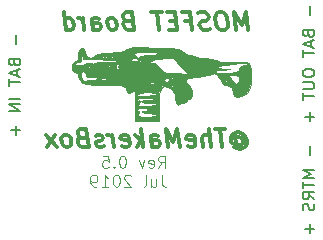
<source format=gbo>
G04 #@! TF.FileFunction,Legend,Bot*
%FSLAX46Y46*%
G04 Gerber Fmt 4.6, Leading zero omitted, Abs format (unit mm)*
G04 Created by KiCad (PCBNEW 4.0.7) date 07/04/19 18:58:04*
%MOMM*%
%LPD*%
G01*
G04 APERTURE LIST*
%ADD10C,0.100000*%
%ADD11C,0.375000*%
%ADD12C,0.150000*%
%ADD13C,0.300000*%
%ADD14C,0.010000*%
G04 APERTURE END LIST*
D10*
D11*
X149785106Y-57447571D02*
X149597606Y-55947571D01*
X149231535Y-57019000D01*
X148597606Y-55947571D01*
X148785106Y-57447571D01*
X147597606Y-55947571D02*
X147311892Y-55947571D01*
X147177963Y-56019000D01*
X147052963Y-56161857D01*
X147017249Y-56447571D01*
X147079749Y-56947571D01*
X147186892Y-57233286D01*
X147347606Y-57376143D01*
X147499392Y-57447571D01*
X147785106Y-57447571D01*
X147919035Y-57376143D01*
X148044035Y-57233286D01*
X148079749Y-56947571D01*
X148017249Y-56447571D01*
X147910106Y-56161857D01*
X147749392Y-56019000D01*
X147597606Y-55947571D01*
X146561892Y-57376143D02*
X146356534Y-57447571D01*
X145999391Y-57447571D01*
X145847606Y-57376143D01*
X145767248Y-57304714D01*
X145677963Y-57161857D01*
X145660106Y-57019000D01*
X145713677Y-56876143D01*
X145776177Y-56804714D01*
X145910106Y-56733286D01*
X146186891Y-56661857D01*
X146320821Y-56590429D01*
X146383320Y-56519000D01*
X146436892Y-56376143D01*
X146419035Y-56233286D01*
X146329749Y-56090429D01*
X146249392Y-56019000D01*
X146097605Y-55947571D01*
X145740463Y-55947571D01*
X145535106Y-56019000D01*
X144472606Y-56661857D02*
X144972606Y-56661857D01*
X145070820Y-57447571D02*
X144883320Y-55947571D01*
X144169034Y-55947571D01*
X143686892Y-56661857D02*
X143186892Y-56661857D01*
X143070820Y-57447571D02*
X143785106Y-57447571D01*
X143597606Y-55947571D01*
X142883320Y-55947571D01*
X142454749Y-55947571D02*
X141597606Y-55947571D01*
X142213677Y-57447571D02*
X142026177Y-55947571D01*
X139544035Y-56661857D02*
X139338678Y-56733286D01*
X139276178Y-56804714D01*
X139222606Y-56947571D01*
X139249392Y-57161857D01*
X139338678Y-57304714D01*
X139419035Y-57376143D01*
X139570821Y-57447571D01*
X140142249Y-57447571D01*
X139954749Y-55947571D01*
X139454749Y-55947571D01*
X139320821Y-56019000D01*
X139258321Y-56090429D01*
X139204750Y-56233286D01*
X139222607Y-56376143D01*
X139311892Y-56519000D01*
X139392250Y-56590429D01*
X139544035Y-56661857D01*
X140044035Y-56661857D01*
X138427963Y-57447571D02*
X138561893Y-57376143D01*
X138624392Y-57304714D01*
X138677964Y-57161857D01*
X138624393Y-56733286D01*
X138535107Y-56590429D01*
X138454750Y-56519000D01*
X138302963Y-56447571D01*
X138088678Y-56447571D01*
X137954750Y-56519000D01*
X137892250Y-56590429D01*
X137838678Y-56733286D01*
X137892249Y-57161857D01*
X137981535Y-57304714D01*
X138061893Y-57376143D01*
X138213678Y-57447571D01*
X138427963Y-57447571D01*
X136642249Y-57447571D02*
X136544035Y-56661857D01*
X136597607Y-56519000D01*
X136731535Y-56447571D01*
X137017249Y-56447571D01*
X137169035Y-56519000D01*
X136633321Y-57376143D02*
X136785106Y-57447571D01*
X137142249Y-57447571D01*
X137276178Y-57376143D01*
X137329750Y-57233286D01*
X137311893Y-57090429D01*
X137222606Y-56947571D01*
X137070821Y-56876143D01*
X136713678Y-56876143D01*
X136561892Y-56804714D01*
X135927963Y-57447571D02*
X135802963Y-56447571D01*
X135838678Y-56733286D02*
X135749393Y-56590429D01*
X135669035Y-56519000D01*
X135517249Y-56447571D01*
X135374392Y-56447571D01*
X134356535Y-57447571D02*
X134169035Y-55947571D01*
X134347607Y-57376143D02*
X134499392Y-57447571D01*
X134785106Y-57447571D01*
X134919036Y-57376143D01*
X134981535Y-57304714D01*
X135035107Y-57161857D01*
X134981536Y-56733286D01*
X134892250Y-56590429D01*
X134811893Y-56519000D01*
X134660106Y-56447571D01*
X134374392Y-56447571D01*
X134240464Y-56519000D01*
D12*
X130119429Y-57888714D02*
X130119429Y-58650619D01*
X129976571Y-60222048D02*
X130024190Y-60364905D01*
X130071810Y-60412524D01*
X130167048Y-60460143D01*
X130309905Y-60460143D01*
X130405143Y-60412524D01*
X130452762Y-60364905D01*
X130500381Y-60269667D01*
X130500381Y-59888714D01*
X129500381Y-59888714D01*
X129500381Y-60222048D01*
X129548000Y-60317286D01*
X129595619Y-60364905D01*
X129690857Y-60412524D01*
X129786095Y-60412524D01*
X129881333Y-60364905D01*
X129928952Y-60317286D01*
X129976571Y-60222048D01*
X129976571Y-59888714D01*
X130214667Y-60841095D02*
X130214667Y-61317286D01*
X130500381Y-60745857D02*
X129500381Y-61079190D01*
X130500381Y-61412524D01*
X129500381Y-61603000D02*
X129500381Y-62174429D01*
X130500381Y-61888714D02*
X129500381Y-61888714D01*
X130500381Y-63269667D02*
X129500381Y-63269667D01*
X130500381Y-63745857D02*
X129500381Y-63745857D01*
X130500381Y-64317286D01*
X129500381Y-64317286D01*
X130119429Y-65555381D02*
X130119429Y-66317286D01*
X130500381Y-65936334D02*
X129738476Y-65936334D01*
X155011429Y-55444047D02*
X155011429Y-56205952D01*
X154868571Y-57777381D02*
X154916190Y-57920238D01*
X154963810Y-57967857D01*
X155059048Y-58015476D01*
X155201905Y-58015476D01*
X155297143Y-57967857D01*
X155344762Y-57920238D01*
X155392381Y-57825000D01*
X155392381Y-57444047D01*
X154392381Y-57444047D01*
X154392381Y-57777381D01*
X154440000Y-57872619D01*
X154487619Y-57920238D01*
X154582857Y-57967857D01*
X154678095Y-57967857D01*
X154773333Y-57920238D01*
X154820952Y-57872619D01*
X154868571Y-57777381D01*
X154868571Y-57444047D01*
X155106667Y-58396428D02*
X155106667Y-58872619D01*
X155392381Y-58301190D02*
X154392381Y-58634523D01*
X155392381Y-58967857D01*
X154392381Y-59158333D02*
X154392381Y-59729762D01*
X155392381Y-59444047D02*
X154392381Y-59444047D01*
X154392381Y-61015476D02*
X154392381Y-61205953D01*
X154440000Y-61301191D01*
X154535238Y-61396429D01*
X154725714Y-61444048D01*
X155059048Y-61444048D01*
X155249524Y-61396429D01*
X155344762Y-61301191D01*
X155392381Y-61205953D01*
X155392381Y-61015476D01*
X155344762Y-60920238D01*
X155249524Y-60825000D01*
X155059048Y-60777381D01*
X154725714Y-60777381D01*
X154535238Y-60825000D01*
X154440000Y-60920238D01*
X154392381Y-61015476D01*
X154392381Y-61872619D02*
X155201905Y-61872619D01*
X155297143Y-61920238D01*
X155344762Y-61967857D01*
X155392381Y-62063095D01*
X155392381Y-62253572D01*
X155344762Y-62348810D01*
X155297143Y-62396429D01*
X155201905Y-62444048D01*
X154392381Y-62444048D01*
X154392381Y-62777381D02*
X154392381Y-63348810D01*
X155392381Y-63063095D02*
X154392381Y-63063095D01*
X155011429Y-64444048D02*
X155011429Y-65205953D01*
X155392381Y-64825001D02*
X154630476Y-64825001D01*
X155011429Y-67302524D02*
X155011429Y-68064429D01*
X155392381Y-69302524D02*
X154392381Y-69302524D01*
X155106667Y-69635858D01*
X154392381Y-69969191D01*
X155392381Y-69969191D01*
X154392381Y-70302524D02*
X154392381Y-70873953D01*
X155392381Y-70588238D02*
X154392381Y-70588238D01*
X155392381Y-71778715D02*
X154916190Y-71445381D01*
X155392381Y-71207286D02*
X154392381Y-71207286D01*
X154392381Y-71588239D01*
X154440000Y-71683477D01*
X154487619Y-71731096D01*
X154582857Y-71778715D01*
X154725714Y-71778715D01*
X154820952Y-71731096D01*
X154868571Y-71683477D01*
X154916190Y-71588239D01*
X154916190Y-71207286D01*
X155344762Y-72159667D02*
X155392381Y-72302524D01*
X155392381Y-72540620D01*
X155344762Y-72635858D01*
X155297143Y-72683477D01*
X155201905Y-72731096D01*
X155106667Y-72731096D01*
X155011429Y-72683477D01*
X154963810Y-72635858D01*
X154916190Y-72540620D01*
X154868571Y-72350143D01*
X154820952Y-72254905D01*
X154773333Y-72207286D01*
X154678095Y-72159667D01*
X154582857Y-72159667D01*
X154487619Y-72207286D01*
X154440000Y-72254905D01*
X154392381Y-72350143D01*
X154392381Y-72588239D01*
X154440000Y-72731096D01*
X155011429Y-73921572D02*
X155011429Y-74683477D01*
X155392381Y-74302525D02*
X154630476Y-74302525D01*
D13*
X148683822Y-66639286D02*
X148746321Y-66567857D01*
X148880250Y-66496429D01*
X149023108Y-66496429D01*
X149174893Y-66567857D01*
X149255250Y-66639286D01*
X149344536Y-66782143D01*
X149362393Y-66925000D01*
X149308821Y-67067857D01*
X149246322Y-67139286D01*
X149112393Y-67210714D01*
X148969535Y-67210714D01*
X148817750Y-67139286D01*
X148737393Y-67067857D01*
X148665965Y-66496429D02*
X148737393Y-67067857D01*
X148674893Y-67139286D01*
X148603465Y-67139286D01*
X148451678Y-67067857D01*
X148362393Y-66925000D01*
X148317750Y-66567857D01*
X148433821Y-66353571D01*
X148630250Y-66210714D01*
X148907036Y-66139286D01*
X149201678Y-66210714D01*
X149433821Y-66353571D01*
X149603464Y-66567857D01*
X149710607Y-66853571D01*
X149674893Y-67139286D01*
X149558821Y-67353571D01*
X149362393Y-67496429D01*
X149085607Y-67567857D01*
X148790965Y-67496429D01*
X148558821Y-67353571D01*
X147799893Y-65853571D02*
X146942750Y-65853571D01*
X147558821Y-67353571D02*
X147371321Y-65853571D01*
X146630250Y-67353571D02*
X146442750Y-65853571D01*
X145987393Y-67353571D02*
X145889179Y-66567857D01*
X145942751Y-66425000D01*
X146076679Y-66353571D01*
X146290964Y-66353571D01*
X146442751Y-66425000D01*
X146523108Y-66496429D01*
X144692751Y-67282143D02*
X144844536Y-67353571D01*
X145130250Y-67353571D01*
X145264179Y-67282143D01*
X145317751Y-67139286D01*
X145246322Y-66567857D01*
X145157036Y-66425000D01*
X145005250Y-66353571D01*
X144719536Y-66353571D01*
X144585608Y-66425000D01*
X144532036Y-66567857D01*
X144549893Y-66710714D01*
X145282036Y-66853571D01*
X143987393Y-67353571D02*
X143799893Y-65853571D01*
X143433822Y-66925000D01*
X142799893Y-65853571D01*
X142987393Y-67353571D01*
X141630250Y-67353571D02*
X141532036Y-66567857D01*
X141585608Y-66425000D01*
X141719536Y-66353571D01*
X142005250Y-66353571D01*
X142157036Y-66425000D01*
X141621322Y-67282143D02*
X141773107Y-67353571D01*
X142130250Y-67353571D01*
X142264179Y-67282143D01*
X142317751Y-67139286D01*
X142299894Y-66996429D01*
X142210607Y-66853571D01*
X142058822Y-66782143D01*
X141701679Y-66782143D01*
X141549893Y-66710714D01*
X140915964Y-67353571D02*
X140728464Y-65853571D01*
X140701679Y-66782143D02*
X140344536Y-67353571D01*
X140219536Y-66353571D02*
X140862393Y-66925000D01*
X139121322Y-67282143D02*
X139273107Y-67353571D01*
X139558821Y-67353571D01*
X139692750Y-67282143D01*
X139746322Y-67139286D01*
X139674893Y-66567857D01*
X139585607Y-66425000D01*
X139433821Y-66353571D01*
X139148107Y-66353571D01*
X139014179Y-66425000D01*
X138960607Y-66567857D01*
X138978464Y-66710714D01*
X139710607Y-66853571D01*
X138415964Y-67353571D02*
X138290964Y-66353571D01*
X138326679Y-66639286D02*
X138237394Y-66496429D01*
X138157036Y-66425000D01*
X138005250Y-66353571D01*
X137862393Y-66353571D01*
X137549894Y-67282143D02*
X137415965Y-67353571D01*
X137130250Y-67353571D01*
X136978465Y-67282143D01*
X136889180Y-67139286D01*
X136880251Y-67067857D01*
X136933822Y-66925000D01*
X137067750Y-66853571D01*
X137282036Y-66853571D01*
X137415965Y-66782143D01*
X137469537Y-66639286D01*
X137460608Y-66567857D01*
X137371322Y-66425000D01*
X137219536Y-66353571D01*
X137005250Y-66353571D01*
X136871322Y-66425000D01*
X135674893Y-66567857D02*
X135469536Y-66639286D01*
X135407036Y-66710714D01*
X135353464Y-66853571D01*
X135380250Y-67067857D01*
X135469536Y-67210714D01*
X135549893Y-67282143D01*
X135701679Y-67353571D01*
X136273107Y-67353571D01*
X136085607Y-65853571D01*
X135585607Y-65853571D01*
X135451679Y-65925000D01*
X135389179Y-65996429D01*
X135335608Y-66139286D01*
X135353465Y-66282143D01*
X135442750Y-66425000D01*
X135523108Y-66496429D01*
X135674893Y-66567857D01*
X136174893Y-66567857D01*
X134558821Y-67353571D02*
X134692751Y-67282143D01*
X134755250Y-67210714D01*
X134808822Y-67067857D01*
X134755251Y-66639286D01*
X134665965Y-66496429D01*
X134585608Y-66425000D01*
X134433821Y-66353571D01*
X134219536Y-66353571D01*
X134085608Y-66425000D01*
X134023108Y-66496429D01*
X133969536Y-66639286D01*
X134023107Y-67067857D01*
X134112393Y-67210714D01*
X134192751Y-67282143D01*
X134344536Y-67353571D01*
X134558821Y-67353571D01*
X133558821Y-67353571D02*
X132648107Y-66353571D01*
X133433821Y-66353571D02*
X132773107Y-67353571D01*
D10*
X142192476Y-69121381D02*
X142525810Y-68645190D01*
X142763905Y-69121381D02*
X142763905Y-68121381D01*
X142382952Y-68121381D01*
X142287714Y-68169000D01*
X142240095Y-68216619D01*
X142192476Y-68311857D01*
X142192476Y-68454714D01*
X142240095Y-68549952D01*
X142287714Y-68597571D01*
X142382952Y-68645190D01*
X142763905Y-68645190D01*
X141382952Y-69073762D02*
X141478190Y-69121381D01*
X141668667Y-69121381D01*
X141763905Y-69073762D01*
X141811524Y-68978524D01*
X141811524Y-68597571D01*
X141763905Y-68502333D01*
X141668667Y-68454714D01*
X141478190Y-68454714D01*
X141382952Y-68502333D01*
X141335333Y-68597571D01*
X141335333Y-68692810D01*
X141811524Y-68788048D01*
X141002000Y-68454714D02*
X140763905Y-69121381D01*
X140525809Y-68454714D01*
X139192476Y-68121381D02*
X139097237Y-68121381D01*
X139001999Y-68169000D01*
X138954380Y-68216619D01*
X138906761Y-68311857D01*
X138859142Y-68502333D01*
X138859142Y-68740429D01*
X138906761Y-68930905D01*
X138954380Y-69026143D01*
X139001999Y-69073762D01*
X139097237Y-69121381D01*
X139192476Y-69121381D01*
X139287714Y-69073762D01*
X139335333Y-69026143D01*
X139382952Y-68930905D01*
X139430571Y-68740429D01*
X139430571Y-68502333D01*
X139382952Y-68311857D01*
X139335333Y-68216619D01*
X139287714Y-68169000D01*
X139192476Y-68121381D01*
X138430571Y-69026143D02*
X138382952Y-69073762D01*
X138430571Y-69121381D01*
X138478190Y-69073762D01*
X138430571Y-69026143D01*
X138430571Y-69121381D01*
X137478190Y-68121381D02*
X137954381Y-68121381D01*
X138002000Y-68597571D01*
X137954381Y-68549952D01*
X137859143Y-68502333D01*
X137621047Y-68502333D01*
X137525809Y-68549952D01*
X137478190Y-68597571D01*
X137430571Y-68692810D01*
X137430571Y-68930905D01*
X137478190Y-69026143D01*
X137525809Y-69073762D01*
X137621047Y-69121381D01*
X137859143Y-69121381D01*
X137954381Y-69073762D01*
X138002000Y-69026143D01*
X142478190Y-69721381D02*
X142478190Y-70435667D01*
X142525810Y-70578524D01*
X142621048Y-70673762D01*
X142763905Y-70721381D01*
X142859143Y-70721381D01*
X141573428Y-70054714D02*
X141573428Y-70721381D01*
X142002000Y-70054714D02*
X142002000Y-70578524D01*
X141954381Y-70673762D01*
X141859143Y-70721381D01*
X141716285Y-70721381D01*
X141621047Y-70673762D01*
X141573428Y-70626143D01*
X140954381Y-70721381D02*
X141049619Y-70673762D01*
X141097238Y-70578524D01*
X141097238Y-69721381D01*
X139859142Y-69816619D02*
X139811523Y-69769000D01*
X139716285Y-69721381D01*
X139478189Y-69721381D01*
X139382951Y-69769000D01*
X139335332Y-69816619D01*
X139287713Y-69911857D01*
X139287713Y-70007095D01*
X139335332Y-70149952D01*
X139906761Y-70721381D01*
X139287713Y-70721381D01*
X138668666Y-69721381D02*
X138573427Y-69721381D01*
X138478189Y-69769000D01*
X138430570Y-69816619D01*
X138382951Y-69911857D01*
X138335332Y-70102333D01*
X138335332Y-70340429D01*
X138382951Y-70530905D01*
X138430570Y-70626143D01*
X138478189Y-70673762D01*
X138573427Y-70721381D01*
X138668666Y-70721381D01*
X138763904Y-70673762D01*
X138811523Y-70626143D01*
X138859142Y-70530905D01*
X138906761Y-70340429D01*
X138906761Y-70102333D01*
X138859142Y-69911857D01*
X138811523Y-69816619D01*
X138763904Y-69769000D01*
X138668666Y-69721381D01*
X137382951Y-70721381D02*
X137954380Y-70721381D01*
X137668666Y-70721381D02*
X137668666Y-69721381D01*
X137763904Y-69864238D01*
X137859142Y-69959476D01*
X137954380Y-70007095D01*
X136906761Y-70721381D02*
X136716285Y-70721381D01*
X136621046Y-70673762D01*
X136573427Y-70626143D01*
X136478189Y-70483286D01*
X136430570Y-70292810D01*
X136430570Y-69911857D01*
X136478189Y-69816619D01*
X136525808Y-69769000D01*
X136621046Y-69721381D01*
X136811523Y-69721381D01*
X136906761Y-69769000D01*
X136954380Y-69816619D01*
X137001999Y-69911857D01*
X137001999Y-70149952D01*
X136954380Y-70245190D01*
X136906761Y-70292810D01*
X136811523Y-70340429D01*
X136621046Y-70340429D01*
X136525808Y-70292810D01*
X136478189Y-70245190D01*
X136430570Y-70149952D01*
D14*
G36*
X140021308Y-58943901D02*
X139754516Y-58976255D01*
X139579698Y-59030524D01*
X139456392Y-59109884D01*
X139432461Y-59130753D01*
X139225390Y-59257738D01*
X138910287Y-59332839D01*
X138426298Y-59367882D01*
X138185173Y-59373159D01*
X137536018Y-59407544D01*
X137090672Y-59495570D01*
X136862517Y-59601705D01*
X136452643Y-59802573D01*
X136170778Y-59784461D01*
X136017398Y-59547477D01*
X135993297Y-59404250D01*
X135923590Y-59105303D01*
X135765777Y-58996207D01*
X135699500Y-58991500D01*
X135530412Y-59039368D01*
X135442651Y-59225541D01*
X135407087Y-59518180D01*
X135345586Y-59889365D01*
X135211928Y-60072320D01*
X135121337Y-60109540D01*
X134931342Y-60269249D01*
X134859528Y-60546972D01*
X134905955Y-60836003D01*
X135070681Y-61029635D01*
X135120813Y-61048322D01*
X135335541Y-61223962D01*
X135406563Y-61446239D01*
X135506241Y-61727160D01*
X135748772Y-61922066D01*
X136164174Y-62041832D01*
X136782467Y-62097332D01*
X137223500Y-62104400D01*
X138013785Y-62106868D01*
X138586096Y-62119679D01*
X138976408Y-62148001D01*
X139220694Y-62197003D01*
X139354929Y-62271854D01*
X139415086Y-62377723D01*
X139424877Y-62420700D01*
X139539293Y-62738694D01*
X139725180Y-62813357D01*
X139951000Y-62677215D01*
X140064655Y-62582104D01*
X140138616Y-62568341D01*
X140181408Y-62673111D01*
X140201561Y-62933599D01*
X140207602Y-63386988D01*
X140208000Y-63797816D01*
X140208000Y-65151000D01*
X142240000Y-65151000D01*
X142240000Y-64219300D01*
X142176500Y-64219300D01*
X141446250Y-64240650D01*
X140983934Y-64281747D01*
X140756515Y-64354615D01*
X140766860Y-64434381D01*
X141017838Y-64496176D01*
X141414500Y-64516000D01*
X141869096Y-64542195D01*
X142079359Y-64605955D01*
X142047817Y-64685042D01*
X141776995Y-64757220D01*
X141382750Y-64795412D01*
X140829897Y-64811077D01*
X140507042Y-64784708D01*
X140392981Y-64711862D01*
X140453464Y-64600736D01*
X140571223Y-64425262D01*
X140569701Y-64308591D01*
X140462000Y-64325500D01*
X140344634Y-64323197D01*
X140335000Y-64283082D01*
X140396573Y-64164162D01*
X140606151Y-64108075D01*
X141001021Y-64110018D01*
X141414500Y-64144008D01*
X142176500Y-64219300D01*
X142240000Y-64219300D01*
X142240000Y-63863250D01*
X142241798Y-63706440D01*
X142077368Y-63706440D01*
X142061097Y-63778930D01*
X141826538Y-63849435D01*
X141383826Y-63900080D01*
X141255750Y-63906947D01*
X140706545Y-63919810D01*
X140389687Y-63900986D01*
X140312295Y-63851489D01*
X140430250Y-63789529D01*
X140574085Y-63629828D01*
X140589000Y-63545421D01*
X140524642Y-63422331D01*
X140462000Y-63436500D01*
X140344634Y-63434197D01*
X140335000Y-63394082D01*
X140403948Y-63269844D01*
X140633865Y-63215701D01*
X141059365Y-63226914D01*
X141351000Y-63254968D01*
X142049500Y-63331598D01*
X141382750Y-63352299D01*
X140940991Y-63394962D01*
X140743174Y-63470126D01*
X140786219Y-63551157D01*
X141067050Y-63611421D01*
X141414500Y-63627000D01*
X141865214Y-63649839D01*
X142077368Y-63706440D01*
X142241798Y-63706440D01*
X142246988Y-63253930D01*
X142272332Y-62859109D01*
X142045860Y-62859109D01*
X141970814Y-62927922D01*
X141685954Y-62984150D01*
X141259605Y-63017859D01*
X140738217Y-63034947D01*
X140440381Y-63026062D01*
X140336446Y-62985310D01*
X140396758Y-62906797D01*
X140465678Y-62860039D01*
X140701322Y-62787708D01*
X141065487Y-62749526D01*
X141468056Y-62745546D01*
X141818909Y-62775821D01*
X142027929Y-62840405D01*
X142045860Y-62859109D01*
X142272332Y-62859109D01*
X142273078Y-62847495D01*
X142325960Y-62593086D01*
X142413324Y-62439844D01*
X142462250Y-62393332D01*
X142574711Y-62284490D01*
X142525750Y-62291577D01*
X142385125Y-62289231D01*
X142367000Y-62235075D01*
X142462614Y-62151447D01*
X142699290Y-62178604D01*
X143001778Y-62294191D01*
X143294829Y-62475857D01*
X143358488Y-62529604D01*
X143584538Y-62851592D01*
X143615924Y-63208522D01*
X143632946Y-63529697D01*
X143720694Y-63761229D01*
X143844593Y-63845110D01*
X143947661Y-63765065D01*
X144133783Y-63647681D01*
X144272000Y-63627000D01*
X144518679Y-63557074D01*
X144601628Y-63480377D01*
X144617741Y-63394620D01*
X144526001Y-63436499D01*
X144419592Y-63469876D01*
X144451653Y-63390550D01*
X144611537Y-63303140D01*
X144675975Y-63323699D01*
X144851181Y-63336468D01*
X144966889Y-63169944D01*
X144992538Y-63028403D01*
X144505529Y-63028403D01*
X144474628Y-63099377D01*
X144346752Y-63235717D01*
X144273237Y-63207749D01*
X144272000Y-63189995D01*
X144362206Y-63082576D01*
X144418623Y-63043372D01*
X144505529Y-63028403D01*
X144992538Y-63028403D01*
X145017049Y-62893147D01*
X144995611Y-62575096D01*
X144896524Y-62284813D01*
X144853305Y-62230000D01*
X143446500Y-62230000D01*
X143436431Y-62347028D01*
X143390496Y-62357000D01*
X143261169Y-62264809D01*
X143256000Y-62230000D01*
X143299331Y-62106301D01*
X143312005Y-62103000D01*
X143420434Y-62191993D01*
X143446500Y-62230000D01*
X144853305Y-62230000D01*
X144780000Y-62137032D01*
X144540928Y-61879175D01*
X144540855Y-61878555D01*
X141944982Y-61878555D01*
X141885754Y-61956778D01*
X141668004Y-62043800D01*
X141479440Y-62051086D01*
X141469308Y-62039500D01*
X141224000Y-62039500D01*
X141160500Y-62103000D01*
X141097000Y-62039500D01*
X140970000Y-62039500D01*
X140906500Y-62103000D01*
X140843000Y-62039500D01*
X140906500Y-61976000D01*
X140970000Y-62039500D01*
X141097000Y-62039500D01*
X141160500Y-61976000D01*
X141224000Y-62039500D01*
X141469308Y-62039500D01*
X141416437Y-61979044D01*
X141427582Y-61954833D01*
X141592855Y-61870677D01*
X141771246Y-61850944D01*
X141944982Y-61878555D01*
X144540855Y-61878555D01*
X144518242Y-61687711D01*
X144603134Y-61631403D01*
X143616529Y-61631403D01*
X143585628Y-61702377D01*
X143457752Y-61838717D01*
X143384237Y-61810749D01*
X143383000Y-61792995D01*
X143473206Y-61685576D01*
X143529623Y-61646372D01*
X143616529Y-61631403D01*
X144603134Y-61631403D01*
X144635628Y-61609850D01*
X143111927Y-61609850D01*
X143070723Y-61713550D01*
X142886125Y-61843320D01*
X142858724Y-61828658D01*
X138145171Y-61828658D01*
X138090419Y-61780198D01*
X137919625Y-61715223D01*
X137568008Y-61667911D01*
X137108613Y-61647711D01*
X137064750Y-61647546D01*
X136617932Y-61658633D01*
X136290670Y-61688213D01*
X136146087Y-61730206D01*
X136144000Y-61736207D01*
X136042203Y-61780730D01*
X135890000Y-61758798D01*
X135716131Y-61618425D01*
X135631024Y-61375444D01*
X135642471Y-61127875D01*
X135758265Y-60973740D01*
X135826500Y-60960000D01*
X135981917Y-61065386D01*
X136017000Y-61208863D01*
X136041353Y-61333032D01*
X136147861Y-61411232D01*
X136386700Y-61457283D01*
X136808045Y-61485005D01*
X137054528Y-61494613D01*
X137602936Y-61525888D01*
X137939935Y-61578086D01*
X138107832Y-61660039D01*
X138143697Y-61722000D01*
X138145171Y-61828658D01*
X142858724Y-61828658D01*
X142698593Y-61742976D01*
X142683946Y-61721103D01*
X142712251Y-61576642D01*
X142808928Y-61514913D01*
X143039134Y-61489833D01*
X143111927Y-61609850D01*
X144635628Y-61609850D01*
X144722111Y-61552488D01*
X144825855Y-61531500D01*
X143383000Y-61531500D01*
X143319500Y-61595000D01*
X143256000Y-61531500D01*
X143319500Y-61468000D01*
X143383000Y-61531500D01*
X144825855Y-61531500D01*
X145162701Y-61463355D01*
X145486133Y-61432047D01*
X145970753Y-61380428D01*
X146364113Y-61311170D01*
X146590211Y-61238109D01*
X146603991Y-61228531D01*
X146812641Y-61152171D01*
X144716500Y-61152171D01*
X143708416Y-61138308D01*
X143201937Y-61126654D01*
X142876788Y-61092383D01*
X142660307Y-61010899D01*
X142479831Y-60857603D01*
X142431667Y-60802636D01*
X140152918Y-60802636D01*
X140028084Y-60822973D01*
X140006089Y-60819855D01*
X138935368Y-60819855D01*
X138847325Y-60822843D01*
X138811000Y-60811378D01*
X138623922Y-60646348D01*
X136365154Y-60646348D01*
X136339723Y-60697550D01*
X136218624Y-60828850D01*
X136196347Y-60736255D01*
X136227176Y-60637022D01*
X136320676Y-60498713D01*
X136362907Y-60501573D01*
X136365154Y-60646348D01*
X138623922Y-60646348D01*
X138621610Y-60644309D01*
X138579438Y-60536725D01*
X138585818Y-60515500D01*
X138049000Y-60515500D01*
X137985500Y-60579000D01*
X137922000Y-60515500D01*
X137160000Y-60515500D01*
X137096500Y-60579000D01*
X137033000Y-60515500D01*
X137096500Y-60452000D01*
X137160000Y-60515500D01*
X137922000Y-60515500D01*
X137985500Y-60452000D01*
X138049000Y-60515500D01*
X138585818Y-60515500D01*
X138631823Y-60362471D01*
X138769938Y-60335026D01*
X138898096Y-60366424D01*
X138837450Y-60410876D01*
X138736936Y-60500191D01*
X138829852Y-60666241D01*
X138837450Y-60675503D01*
X138935368Y-60819855D01*
X140006089Y-60819855D01*
X139863363Y-60799623D01*
X139863165Y-60795244D01*
X139620705Y-60795244D01*
X139446000Y-60812947D01*
X139265707Y-60792989D01*
X139287250Y-60748890D01*
X139547264Y-60732116D01*
X139604750Y-60748890D01*
X139620705Y-60795244D01*
X139863165Y-60795244D01*
X139861396Y-60756270D01*
X140031372Y-60725953D01*
X140104813Y-60746244D01*
X140152918Y-60802636D01*
X142431667Y-60802636D01*
X142311416Y-60665400D01*
X142104977Y-60435511D01*
X142086323Y-60421636D01*
X140152918Y-60421636D01*
X140028084Y-60441973D01*
X139863363Y-60418623D01*
X139863165Y-60414244D01*
X139620705Y-60414244D01*
X139446000Y-60431947D01*
X139265707Y-60411989D01*
X139287250Y-60367890D01*
X139547264Y-60351116D01*
X139604750Y-60367890D01*
X139620705Y-60414244D01*
X139863165Y-60414244D01*
X139861396Y-60375270D01*
X140031372Y-60344953D01*
X140104813Y-60365244D01*
X140152918Y-60421636D01*
X142086323Y-60421636D01*
X141917996Y-60296433D01*
X141677248Y-60222180D01*
X141309503Y-60186765D01*
X140916693Y-60170427D01*
X140318347Y-60128487D01*
X140294502Y-60123526D01*
X139159860Y-60123526D01*
X139083274Y-60158998D01*
X138802029Y-60179748D01*
X138365157Y-60183540D01*
X138015815Y-60175682D01*
X137490540Y-60168673D01*
X137076026Y-60183072D01*
X136826614Y-60215855D01*
X136778716Y-60244555D01*
X136673570Y-60306985D01*
X136469711Y-60295486D01*
X136164298Y-60288236D01*
X135994114Y-60339144D01*
X135770902Y-60405964D01*
X135465879Y-60424867D01*
X135179637Y-60399372D01*
X135012766Y-60332995D01*
X135001000Y-60304422D01*
X135109801Y-60224387D01*
X135318500Y-60198000D01*
X135511674Y-60174285D01*
X135609336Y-60058924D01*
X135648744Y-59785586D01*
X135657350Y-59594750D01*
X135671593Y-59253221D01*
X135686130Y-59153449D01*
X135708199Y-59283284D01*
X135728924Y-59474591D01*
X135779149Y-59957682D01*
X136437825Y-59953143D01*
X137124890Y-59957287D01*
X137785477Y-59977032D01*
X138369070Y-60009215D01*
X138825149Y-60050674D01*
X139103196Y-60098247D01*
X139159860Y-60123526D01*
X140294502Y-60123526D01*
X139963187Y-60054598D01*
X139858359Y-59975750D01*
X139910663Y-59858043D01*
X140095682Y-59818079D01*
X140302320Y-59862388D01*
X140398500Y-59944000D01*
X140559561Y-60014310D01*
X140890746Y-60060430D01*
X141175491Y-60071000D01*
X141545570Y-60055607D01*
X141774799Y-60015837D01*
X141815421Y-59975750D01*
X141900410Y-59927170D01*
X142179414Y-59890688D01*
X142432546Y-59880500D01*
X141478000Y-59880500D01*
X141414500Y-59944000D01*
X141351000Y-59880500D01*
X141224000Y-59880500D01*
X141160500Y-59944000D01*
X141097000Y-59880500D01*
X141160500Y-59817000D01*
X141224000Y-59880500D01*
X141351000Y-59880500D01*
X141414500Y-59817000D01*
X141478000Y-59880500D01*
X142432546Y-59880500D01*
X142592481Y-59874063D01*
X142601676Y-59873986D01*
X143446500Y-59867473D01*
X144716500Y-61152171D01*
X146812641Y-61152171D01*
X146888738Y-61124322D01*
X147177613Y-61248589D01*
X147440097Y-61578179D01*
X147618216Y-61997891D01*
X147775296Y-62153679D01*
X147924353Y-62147812D01*
X148196844Y-62190586D01*
X148418061Y-62415793D01*
X148521209Y-62752339D01*
X148522399Y-62784327D01*
X148620572Y-63020120D01*
X148863151Y-63112189D01*
X149186216Y-63062121D01*
X149525844Y-62871500D01*
X149651956Y-62756312D01*
X149835628Y-62541452D01*
X149945383Y-62321681D01*
X150002036Y-62021616D01*
X150014834Y-61782238D01*
X148994025Y-61782238D01*
X148949511Y-61889153D01*
X148853430Y-62035908D01*
X148752264Y-62037098D01*
X148585640Y-61871246D01*
X148514323Y-61785500D01*
X147955000Y-61785500D01*
X147891500Y-61849000D01*
X147828000Y-61785500D01*
X147891500Y-61722000D01*
X147955000Y-61785500D01*
X148514323Y-61785500D01*
X148453905Y-61712859D01*
X148183721Y-61383333D01*
X147658667Y-61383333D01*
X147641234Y-61458834D01*
X147574000Y-61468000D01*
X147469465Y-61421532D01*
X147489334Y-61383333D01*
X147640053Y-61368133D01*
X147658667Y-61383333D01*
X148183721Y-61383333D01*
X148096946Y-61277500D01*
X148432460Y-61234854D01*
X148776439Y-61282454D01*
X148979835Y-61485425D01*
X148994025Y-61782238D01*
X150014834Y-61782238D01*
X150026403Y-61565877D01*
X150030577Y-61385206D01*
X150030635Y-60826758D01*
X149976502Y-60457170D01*
X149873175Y-60308768D01*
X149733000Y-60308768D01*
X149624423Y-60416397D01*
X149415500Y-60452000D01*
X149163671Y-60515767D01*
X149098000Y-60635004D01*
X149001721Y-60862772D01*
X148939250Y-60916302D01*
X148681454Y-61012785D01*
X148312201Y-61078028D01*
X147896152Y-61111028D01*
X147497971Y-61110780D01*
X147182319Y-61076283D01*
X147013859Y-61006532D01*
X147011014Y-60946224D01*
X147169292Y-60874743D01*
X147490294Y-60823130D01*
X147676746Y-60810812D01*
X148272500Y-60788624D01*
X147732750Y-60740009D01*
X147350897Y-60682020D01*
X147214343Y-60606681D01*
X147315975Y-60524975D01*
X147648676Y-60447884D01*
X147946941Y-60409381D01*
X148467103Y-60349921D01*
X148975569Y-60283744D01*
X149216941Y-60248057D01*
X149588026Y-60219752D01*
X149730887Y-60291066D01*
X149733000Y-60308768D01*
X149873175Y-60308768D01*
X149826558Y-60241816D01*
X149539182Y-60146069D01*
X149072756Y-60135304D01*
X148561964Y-60163361D01*
X147913808Y-60188127D01*
X147491304Y-60161835D01*
X147271070Y-60083091D01*
X147058164Y-59997022D01*
X146673539Y-59915789D01*
X146199174Y-59856569D01*
X146183838Y-59855264D01*
X145729829Y-59803801D01*
X145384023Y-59739540D01*
X145216412Y-59675747D01*
X145212904Y-59671236D01*
X145122568Y-59626500D01*
X144272000Y-59626500D01*
X144208500Y-59690000D01*
X144145000Y-59626500D01*
X144208500Y-59563000D01*
X144272000Y-59626500D01*
X145122568Y-59626500D01*
X145048765Y-59589952D01*
X144812441Y-59562999D01*
X144487981Y-59478333D01*
X143848667Y-59478333D01*
X143831234Y-59553834D01*
X143764000Y-59563000D01*
X143659465Y-59516532D01*
X143679334Y-59478333D01*
X143830053Y-59463133D01*
X143848667Y-59478333D01*
X144487981Y-59478333D01*
X144483068Y-59477051D01*
X144419728Y-59436000D01*
X142176500Y-59436000D01*
X142109158Y-59510389D01*
X141815834Y-59553756D01*
X141492991Y-59563000D01*
X141074918Y-59582652D01*
X140766998Y-59633634D01*
X140652500Y-59690000D01*
X140475854Y-59810509D01*
X140340277Y-59732333D01*
X138768667Y-59732333D01*
X138751234Y-59807834D01*
X138684000Y-59817000D01*
X138579465Y-59770532D01*
X138588324Y-59753500D01*
X138303000Y-59753500D01*
X138239500Y-59817000D01*
X138176000Y-59753500D01*
X137795000Y-59753500D01*
X137731500Y-59817000D01*
X137668000Y-59753500D01*
X137541000Y-59753500D01*
X137477500Y-59817000D01*
X137414000Y-59753500D01*
X137477500Y-59690000D01*
X137541000Y-59753500D01*
X137668000Y-59753500D01*
X137731500Y-59690000D01*
X137795000Y-59753500D01*
X138176000Y-59753500D01*
X138239500Y-59690000D01*
X138303000Y-59753500D01*
X138588324Y-59753500D01*
X138599334Y-59732333D01*
X138750053Y-59717133D01*
X138768667Y-59732333D01*
X140340277Y-59732333D01*
X140258741Y-59685318D01*
X140224653Y-59646564D01*
X140144089Y-59461378D01*
X140166769Y-59392564D01*
X140340409Y-59341584D01*
X140681642Y-59314695D01*
X141111721Y-59310194D01*
X141551896Y-59326380D01*
X141923418Y-59361550D01*
X142147537Y-59414004D01*
X142176500Y-59436000D01*
X144419728Y-59436000D01*
X144174779Y-59277250D01*
X144167554Y-59271244D01*
X143811705Y-59271244D01*
X143637000Y-59288947D01*
X143456707Y-59268989D01*
X143478250Y-59224890D01*
X143738264Y-59208116D01*
X143795750Y-59224890D01*
X143811705Y-59271244D01*
X144167554Y-59271244D01*
X144046702Y-59170792D01*
X143896075Y-59093232D01*
X143681181Y-59038812D01*
X143360302Y-59001776D01*
X142891720Y-58976368D01*
X142233715Y-58956830D01*
X141778180Y-58946549D01*
X140992675Y-58932226D01*
X140420540Y-58930284D01*
X140021308Y-58943901D01*
X140021308Y-58943901D01*
G37*
X140021308Y-58943901D02*
X139754516Y-58976255D01*
X139579698Y-59030524D01*
X139456392Y-59109884D01*
X139432461Y-59130753D01*
X139225390Y-59257738D01*
X138910287Y-59332839D01*
X138426298Y-59367882D01*
X138185173Y-59373159D01*
X137536018Y-59407544D01*
X137090672Y-59495570D01*
X136862517Y-59601705D01*
X136452643Y-59802573D01*
X136170778Y-59784461D01*
X136017398Y-59547477D01*
X135993297Y-59404250D01*
X135923590Y-59105303D01*
X135765777Y-58996207D01*
X135699500Y-58991500D01*
X135530412Y-59039368D01*
X135442651Y-59225541D01*
X135407087Y-59518180D01*
X135345586Y-59889365D01*
X135211928Y-60072320D01*
X135121337Y-60109540D01*
X134931342Y-60269249D01*
X134859528Y-60546972D01*
X134905955Y-60836003D01*
X135070681Y-61029635D01*
X135120813Y-61048322D01*
X135335541Y-61223962D01*
X135406563Y-61446239D01*
X135506241Y-61727160D01*
X135748772Y-61922066D01*
X136164174Y-62041832D01*
X136782467Y-62097332D01*
X137223500Y-62104400D01*
X138013785Y-62106868D01*
X138586096Y-62119679D01*
X138976408Y-62148001D01*
X139220694Y-62197003D01*
X139354929Y-62271854D01*
X139415086Y-62377723D01*
X139424877Y-62420700D01*
X139539293Y-62738694D01*
X139725180Y-62813357D01*
X139951000Y-62677215D01*
X140064655Y-62582104D01*
X140138616Y-62568341D01*
X140181408Y-62673111D01*
X140201561Y-62933599D01*
X140207602Y-63386988D01*
X140208000Y-63797816D01*
X140208000Y-65151000D01*
X142240000Y-65151000D01*
X142240000Y-64219300D01*
X142176500Y-64219300D01*
X141446250Y-64240650D01*
X140983934Y-64281747D01*
X140756515Y-64354615D01*
X140766860Y-64434381D01*
X141017838Y-64496176D01*
X141414500Y-64516000D01*
X141869096Y-64542195D01*
X142079359Y-64605955D01*
X142047817Y-64685042D01*
X141776995Y-64757220D01*
X141382750Y-64795412D01*
X140829897Y-64811077D01*
X140507042Y-64784708D01*
X140392981Y-64711862D01*
X140453464Y-64600736D01*
X140571223Y-64425262D01*
X140569701Y-64308591D01*
X140462000Y-64325500D01*
X140344634Y-64323197D01*
X140335000Y-64283082D01*
X140396573Y-64164162D01*
X140606151Y-64108075D01*
X141001021Y-64110018D01*
X141414500Y-64144008D01*
X142176500Y-64219300D01*
X142240000Y-64219300D01*
X142240000Y-63863250D01*
X142241798Y-63706440D01*
X142077368Y-63706440D01*
X142061097Y-63778930D01*
X141826538Y-63849435D01*
X141383826Y-63900080D01*
X141255750Y-63906947D01*
X140706545Y-63919810D01*
X140389687Y-63900986D01*
X140312295Y-63851489D01*
X140430250Y-63789529D01*
X140574085Y-63629828D01*
X140589000Y-63545421D01*
X140524642Y-63422331D01*
X140462000Y-63436500D01*
X140344634Y-63434197D01*
X140335000Y-63394082D01*
X140403948Y-63269844D01*
X140633865Y-63215701D01*
X141059365Y-63226914D01*
X141351000Y-63254968D01*
X142049500Y-63331598D01*
X141382750Y-63352299D01*
X140940991Y-63394962D01*
X140743174Y-63470126D01*
X140786219Y-63551157D01*
X141067050Y-63611421D01*
X141414500Y-63627000D01*
X141865214Y-63649839D01*
X142077368Y-63706440D01*
X142241798Y-63706440D01*
X142246988Y-63253930D01*
X142272332Y-62859109D01*
X142045860Y-62859109D01*
X141970814Y-62927922D01*
X141685954Y-62984150D01*
X141259605Y-63017859D01*
X140738217Y-63034947D01*
X140440381Y-63026062D01*
X140336446Y-62985310D01*
X140396758Y-62906797D01*
X140465678Y-62860039D01*
X140701322Y-62787708D01*
X141065487Y-62749526D01*
X141468056Y-62745546D01*
X141818909Y-62775821D01*
X142027929Y-62840405D01*
X142045860Y-62859109D01*
X142272332Y-62859109D01*
X142273078Y-62847495D01*
X142325960Y-62593086D01*
X142413324Y-62439844D01*
X142462250Y-62393332D01*
X142574711Y-62284490D01*
X142525750Y-62291577D01*
X142385125Y-62289231D01*
X142367000Y-62235075D01*
X142462614Y-62151447D01*
X142699290Y-62178604D01*
X143001778Y-62294191D01*
X143294829Y-62475857D01*
X143358488Y-62529604D01*
X143584538Y-62851592D01*
X143615924Y-63208522D01*
X143632946Y-63529697D01*
X143720694Y-63761229D01*
X143844593Y-63845110D01*
X143947661Y-63765065D01*
X144133783Y-63647681D01*
X144272000Y-63627000D01*
X144518679Y-63557074D01*
X144601628Y-63480377D01*
X144617741Y-63394620D01*
X144526001Y-63436499D01*
X144419592Y-63469876D01*
X144451653Y-63390550D01*
X144611537Y-63303140D01*
X144675975Y-63323699D01*
X144851181Y-63336468D01*
X144966889Y-63169944D01*
X144992538Y-63028403D01*
X144505529Y-63028403D01*
X144474628Y-63099377D01*
X144346752Y-63235717D01*
X144273237Y-63207749D01*
X144272000Y-63189995D01*
X144362206Y-63082576D01*
X144418623Y-63043372D01*
X144505529Y-63028403D01*
X144992538Y-63028403D01*
X145017049Y-62893147D01*
X144995611Y-62575096D01*
X144896524Y-62284813D01*
X144853305Y-62230000D01*
X143446500Y-62230000D01*
X143436431Y-62347028D01*
X143390496Y-62357000D01*
X143261169Y-62264809D01*
X143256000Y-62230000D01*
X143299331Y-62106301D01*
X143312005Y-62103000D01*
X143420434Y-62191993D01*
X143446500Y-62230000D01*
X144853305Y-62230000D01*
X144780000Y-62137032D01*
X144540928Y-61879175D01*
X144540855Y-61878555D01*
X141944982Y-61878555D01*
X141885754Y-61956778D01*
X141668004Y-62043800D01*
X141479440Y-62051086D01*
X141469308Y-62039500D01*
X141224000Y-62039500D01*
X141160500Y-62103000D01*
X141097000Y-62039500D01*
X140970000Y-62039500D01*
X140906500Y-62103000D01*
X140843000Y-62039500D01*
X140906500Y-61976000D01*
X140970000Y-62039500D01*
X141097000Y-62039500D01*
X141160500Y-61976000D01*
X141224000Y-62039500D01*
X141469308Y-62039500D01*
X141416437Y-61979044D01*
X141427582Y-61954833D01*
X141592855Y-61870677D01*
X141771246Y-61850944D01*
X141944982Y-61878555D01*
X144540855Y-61878555D01*
X144518242Y-61687711D01*
X144603134Y-61631403D01*
X143616529Y-61631403D01*
X143585628Y-61702377D01*
X143457752Y-61838717D01*
X143384237Y-61810749D01*
X143383000Y-61792995D01*
X143473206Y-61685576D01*
X143529623Y-61646372D01*
X143616529Y-61631403D01*
X144603134Y-61631403D01*
X144635628Y-61609850D01*
X143111927Y-61609850D01*
X143070723Y-61713550D01*
X142886125Y-61843320D01*
X142858724Y-61828658D01*
X138145171Y-61828658D01*
X138090419Y-61780198D01*
X137919625Y-61715223D01*
X137568008Y-61667911D01*
X137108613Y-61647711D01*
X137064750Y-61647546D01*
X136617932Y-61658633D01*
X136290670Y-61688213D01*
X136146087Y-61730206D01*
X136144000Y-61736207D01*
X136042203Y-61780730D01*
X135890000Y-61758798D01*
X135716131Y-61618425D01*
X135631024Y-61375444D01*
X135642471Y-61127875D01*
X135758265Y-60973740D01*
X135826500Y-60960000D01*
X135981917Y-61065386D01*
X136017000Y-61208863D01*
X136041353Y-61333032D01*
X136147861Y-61411232D01*
X136386700Y-61457283D01*
X136808045Y-61485005D01*
X137054528Y-61494613D01*
X137602936Y-61525888D01*
X137939935Y-61578086D01*
X138107832Y-61660039D01*
X138143697Y-61722000D01*
X138145171Y-61828658D01*
X142858724Y-61828658D01*
X142698593Y-61742976D01*
X142683946Y-61721103D01*
X142712251Y-61576642D01*
X142808928Y-61514913D01*
X143039134Y-61489833D01*
X143111927Y-61609850D01*
X144635628Y-61609850D01*
X144722111Y-61552488D01*
X144825855Y-61531500D01*
X143383000Y-61531500D01*
X143319500Y-61595000D01*
X143256000Y-61531500D01*
X143319500Y-61468000D01*
X143383000Y-61531500D01*
X144825855Y-61531500D01*
X145162701Y-61463355D01*
X145486133Y-61432047D01*
X145970753Y-61380428D01*
X146364113Y-61311170D01*
X146590211Y-61238109D01*
X146603991Y-61228531D01*
X146812641Y-61152171D01*
X144716500Y-61152171D01*
X143708416Y-61138308D01*
X143201937Y-61126654D01*
X142876788Y-61092383D01*
X142660307Y-61010899D01*
X142479831Y-60857603D01*
X142431667Y-60802636D01*
X140152918Y-60802636D01*
X140028084Y-60822973D01*
X140006089Y-60819855D01*
X138935368Y-60819855D01*
X138847325Y-60822843D01*
X138811000Y-60811378D01*
X138623922Y-60646348D01*
X136365154Y-60646348D01*
X136339723Y-60697550D01*
X136218624Y-60828850D01*
X136196347Y-60736255D01*
X136227176Y-60637022D01*
X136320676Y-60498713D01*
X136362907Y-60501573D01*
X136365154Y-60646348D01*
X138623922Y-60646348D01*
X138621610Y-60644309D01*
X138579438Y-60536725D01*
X138585818Y-60515500D01*
X138049000Y-60515500D01*
X137985500Y-60579000D01*
X137922000Y-60515500D01*
X137160000Y-60515500D01*
X137096500Y-60579000D01*
X137033000Y-60515500D01*
X137096500Y-60452000D01*
X137160000Y-60515500D01*
X137922000Y-60515500D01*
X137985500Y-60452000D01*
X138049000Y-60515500D01*
X138585818Y-60515500D01*
X138631823Y-60362471D01*
X138769938Y-60335026D01*
X138898096Y-60366424D01*
X138837450Y-60410876D01*
X138736936Y-60500191D01*
X138829852Y-60666241D01*
X138837450Y-60675503D01*
X138935368Y-60819855D01*
X140006089Y-60819855D01*
X139863363Y-60799623D01*
X139863165Y-60795244D01*
X139620705Y-60795244D01*
X139446000Y-60812947D01*
X139265707Y-60792989D01*
X139287250Y-60748890D01*
X139547264Y-60732116D01*
X139604750Y-60748890D01*
X139620705Y-60795244D01*
X139863165Y-60795244D01*
X139861396Y-60756270D01*
X140031372Y-60725953D01*
X140104813Y-60746244D01*
X140152918Y-60802636D01*
X142431667Y-60802636D01*
X142311416Y-60665400D01*
X142104977Y-60435511D01*
X142086323Y-60421636D01*
X140152918Y-60421636D01*
X140028084Y-60441973D01*
X139863363Y-60418623D01*
X139863165Y-60414244D01*
X139620705Y-60414244D01*
X139446000Y-60431947D01*
X139265707Y-60411989D01*
X139287250Y-60367890D01*
X139547264Y-60351116D01*
X139604750Y-60367890D01*
X139620705Y-60414244D01*
X139863165Y-60414244D01*
X139861396Y-60375270D01*
X140031372Y-60344953D01*
X140104813Y-60365244D01*
X140152918Y-60421636D01*
X142086323Y-60421636D01*
X141917996Y-60296433D01*
X141677248Y-60222180D01*
X141309503Y-60186765D01*
X140916693Y-60170427D01*
X140318347Y-60128487D01*
X140294502Y-60123526D01*
X139159860Y-60123526D01*
X139083274Y-60158998D01*
X138802029Y-60179748D01*
X138365157Y-60183540D01*
X138015815Y-60175682D01*
X137490540Y-60168673D01*
X137076026Y-60183072D01*
X136826614Y-60215855D01*
X136778716Y-60244555D01*
X136673570Y-60306985D01*
X136469711Y-60295486D01*
X136164298Y-60288236D01*
X135994114Y-60339144D01*
X135770902Y-60405964D01*
X135465879Y-60424867D01*
X135179637Y-60399372D01*
X135012766Y-60332995D01*
X135001000Y-60304422D01*
X135109801Y-60224387D01*
X135318500Y-60198000D01*
X135511674Y-60174285D01*
X135609336Y-60058924D01*
X135648744Y-59785586D01*
X135657350Y-59594750D01*
X135671593Y-59253221D01*
X135686130Y-59153449D01*
X135708199Y-59283284D01*
X135728924Y-59474591D01*
X135779149Y-59957682D01*
X136437825Y-59953143D01*
X137124890Y-59957287D01*
X137785477Y-59977032D01*
X138369070Y-60009215D01*
X138825149Y-60050674D01*
X139103196Y-60098247D01*
X139159860Y-60123526D01*
X140294502Y-60123526D01*
X139963187Y-60054598D01*
X139858359Y-59975750D01*
X139910663Y-59858043D01*
X140095682Y-59818079D01*
X140302320Y-59862388D01*
X140398500Y-59944000D01*
X140559561Y-60014310D01*
X140890746Y-60060430D01*
X141175491Y-60071000D01*
X141545570Y-60055607D01*
X141774799Y-60015837D01*
X141815421Y-59975750D01*
X141900410Y-59927170D01*
X142179414Y-59890688D01*
X142432546Y-59880500D01*
X141478000Y-59880500D01*
X141414500Y-59944000D01*
X141351000Y-59880500D01*
X141224000Y-59880500D01*
X141160500Y-59944000D01*
X141097000Y-59880500D01*
X141160500Y-59817000D01*
X141224000Y-59880500D01*
X141351000Y-59880500D01*
X141414500Y-59817000D01*
X141478000Y-59880500D01*
X142432546Y-59880500D01*
X142592481Y-59874063D01*
X142601676Y-59873986D01*
X143446500Y-59867473D01*
X144716500Y-61152171D01*
X146812641Y-61152171D01*
X146888738Y-61124322D01*
X147177613Y-61248589D01*
X147440097Y-61578179D01*
X147618216Y-61997891D01*
X147775296Y-62153679D01*
X147924353Y-62147812D01*
X148196844Y-62190586D01*
X148418061Y-62415793D01*
X148521209Y-62752339D01*
X148522399Y-62784327D01*
X148620572Y-63020120D01*
X148863151Y-63112189D01*
X149186216Y-63062121D01*
X149525844Y-62871500D01*
X149651956Y-62756312D01*
X149835628Y-62541452D01*
X149945383Y-62321681D01*
X150002036Y-62021616D01*
X150014834Y-61782238D01*
X148994025Y-61782238D01*
X148949511Y-61889153D01*
X148853430Y-62035908D01*
X148752264Y-62037098D01*
X148585640Y-61871246D01*
X148514323Y-61785500D01*
X147955000Y-61785500D01*
X147891500Y-61849000D01*
X147828000Y-61785500D01*
X147891500Y-61722000D01*
X147955000Y-61785500D01*
X148514323Y-61785500D01*
X148453905Y-61712859D01*
X148183721Y-61383333D01*
X147658667Y-61383333D01*
X147641234Y-61458834D01*
X147574000Y-61468000D01*
X147469465Y-61421532D01*
X147489334Y-61383333D01*
X147640053Y-61368133D01*
X147658667Y-61383333D01*
X148183721Y-61383333D01*
X148096946Y-61277500D01*
X148432460Y-61234854D01*
X148776439Y-61282454D01*
X148979835Y-61485425D01*
X148994025Y-61782238D01*
X150014834Y-61782238D01*
X150026403Y-61565877D01*
X150030577Y-61385206D01*
X150030635Y-60826758D01*
X149976502Y-60457170D01*
X149873175Y-60308768D01*
X149733000Y-60308768D01*
X149624423Y-60416397D01*
X149415500Y-60452000D01*
X149163671Y-60515767D01*
X149098000Y-60635004D01*
X149001721Y-60862772D01*
X148939250Y-60916302D01*
X148681454Y-61012785D01*
X148312201Y-61078028D01*
X147896152Y-61111028D01*
X147497971Y-61110780D01*
X147182319Y-61076283D01*
X147013859Y-61006532D01*
X147011014Y-60946224D01*
X147169292Y-60874743D01*
X147490294Y-60823130D01*
X147676746Y-60810812D01*
X148272500Y-60788624D01*
X147732750Y-60740009D01*
X147350897Y-60682020D01*
X147214343Y-60606681D01*
X147315975Y-60524975D01*
X147648676Y-60447884D01*
X147946941Y-60409381D01*
X148467103Y-60349921D01*
X148975569Y-60283744D01*
X149216941Y-60248057D01*
X149588026Y-60219752D01*
X149730887Y-60291066D01*
X149733000Y-60308768D01*
X149873175Y-60308768D01*
X149826558Y-60241816D01*
X149539182Y-60146069D01*
X149072756Y-60135304D01*
X148561964Y-60163361D01*
X147913808Y-60188127D01*
X147491304Y-60161835D01*
X147271070Y-60083091D01*
X147058164Y-59997022D01*
X146673539Y-59915789D01*
X146199174Y-59856569D01*
X146183838Y-59855264D01*
X145729829Y-59803801D01*
X145384023Y-59739540D01*
X145216412Y-59675747D01*
X145212904Y-59671236D01*
X145122568Y-59626500D01*
X144272000Y-59626500D01*
X144208500Y-59690000D01*
X144145000Y-59626500D01*
X144208500Y-59563000D01*
X144272000Y-59626500D01*
X145122568Y-59626500D01*
X145048765Y-59589952D01*
X144812441Y-59562999D01*
X144487981Y-59478333D01*
X143848667Y-59478333D01*
X143831234Y-59553834D01*
X143764000Y-59563000D01*
X143659465Y-59516532D01*
X143679334Y-59478333D01*
X143830053Y-59463133D01*
X143848667Y-59478333D01*
X144487981Y-59478333D01*
X144483068Y-59477051D01*
X144419728Y-59436000D01*
X142176500Y-59436000D01*
X142109158Y-59510389D01*
X141815834Y-59553756D01*
X141492991Y-59563000D01*
X141074918Y-59582652D01*
X140766998Y-59633634D01*
X140652500Y-59690000D01*
X140475854Y-59810509D01*
X140340277Y-59732333D01*
X138768667Y-59732333D01*
X138751234Y-59807834D01*
X138684000Y-59817000D01*
X138579465Y-59770532D01*
X138588324Y-59753500D01*
X138303000Y-59753500D01*
X138239500Y-59817000D01*
X138176000Y-59753500D01*
X137795000Y-59753500D01*
X137731500Y-59817000D01*
X137668000Y-59753500D01*
X137541000Y-59753500D01*
X137477500Y-59817000D01*
X137414000Y-59753500D01*
X137477500Y-59690000D01*
X137541000Y-59753500D01*
X137668000Y-59753500D01*
X137731500Y-59690000D01*
X137795000Y-59753500D01*
X138176000Y-59753500D01*
X138239500Y-59690000D01*
X138303000Y-59753500D01*
X138588324Y-59753500D01*
X138599334Y-59732333D01*
X138750053Y-59717133D01*
X138768667Y-59732333D01*
X140340277Y-59732333D01*
X140258741Y-59685318D01*
X140224653Y-59646564D01*
X140144089Y-59461378D01*
X140166769Y-59392564D01*
X140340409Y-59341584D01*
X140681642Y-59314695D01*
X141111721Y-59310194D01*
X141551896Y-59326380D01*
X141923418Y-59361550D01*
X142147537Y-59414004D01*
X142176500Y-59436000D01*
X144419728Y-59436000D01*
X144174779Y-59277250D01*
X144167554Y-59271244D01*
X143811705Y-59271244D01*
X143637000Y-59288947D01*
X143456707Y-59268989D01*
X143478250Y-59224890D01*
X143738264Y-59208116D01*
X143795750Y-59224890D01*
X143811705Y-59271244D01*
X144167554Y-59271244D01*
X144046702Y-59170792D01*
X143896075Y-59093232D01*
X143681181Y-59038812D01*
X143360302Y-59001776D01*
X142891720Y-58976368D01*
X142233715Y-58956830D01*
X141778180Y-58946549D01*
X140992675Y-58932226D01*
X140420540Y-58930284D01*
X140021308Y-58943901D01*
M02*

</source>
